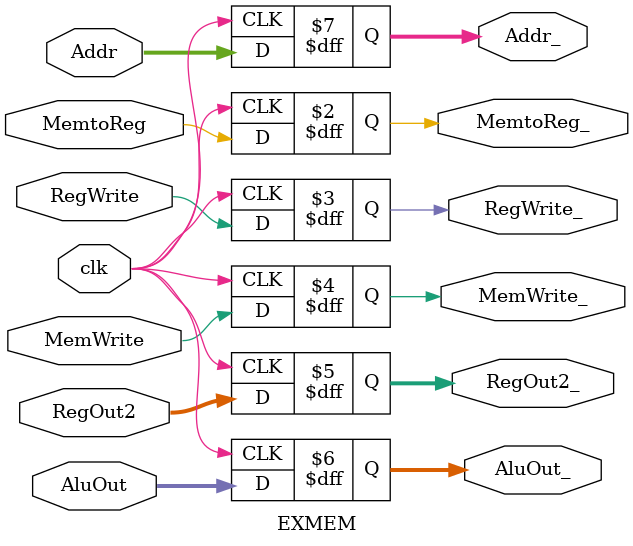
<source format=v>
module EXMEM(clk, MemtoReg, RegWrite, MemWrite, RegOut2, AluOut, Addr, MemtoReg_, RegWrite_, MemWrite_, RegOut2_, AluOut_, Addr_);
input MemtoReg, RegWrite, MemWrite, clk;
input [31:0] RegOut2, AluOut;
input [4:0] Addr;

output reg MemtoReg_, RegWrite_, MemWrite_;
output reg [31:0] RegOut2_, AluOut_;
output reg [4:0] Addr_;

always@(posedge clk) begin
    MemtoReg_ = MemtoReg;
    RegWrite_ = RegWrite;
    MemWrite_ = MemWrite;
    RegOut2_ = RegOut2;
    AluOut_ = AluOut;
    Addr_ = Addr;
end
endmodule
</source>
